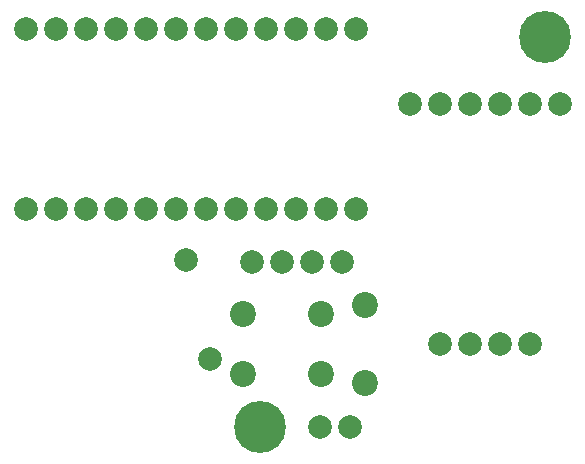
<source format=gbr>
G04 #@! TF.FileFunction,Soldermask,Top*
%FSLAX46Y46*%
G04 Gerber Fmt 4.6, Leading zero omitted, Abs format (unit mm)*
G04 Created by KiCad (PCBNEW 4.0.5+dfsg1-4) date Sun Aug 27 14:42:39 2017*
%MOMM*%
%LPD*%
G01*
G04 APERTURE LIST*
%ADD10C,0.100000*%
%ADD11C,2.000000*%
%ADD12C,2.200000*%
%ADD13C,4.400000*%
G04 APERTURE END LIST*
D10*
D11*
X208915000Y-115570000D03*
X211455000Y-115570000D03*
X213995000Y-115570000D03*
X216535000Y-115570000D03*
X213995000Y-95250000D03*
X216535000Y-95250000D03*
X219075000Y-95250000D03*
X208915000Y-95250000D03*
X206375000Y-95250000D03*
X211455000Y-95250000D03*
X187452000Y-108458000D03*
X189484000Y-116840000D03*
D12*
X198882000Y-118110000D03*
X192278000Y-118110000D03*
D11*
X201803000Y-104140000D03*
X199263000Y-104140000D03*
X201803000Y-88900000D03*
X196723000Y-104140000D03*
X194183000Y-104140000D03*
X191643000Y-104140000D03*
X189103000Y-104140000D03*
X186563000Y-104140000D03*
X184023000Y-104140000D03*
X181483000Y-104140000D03*
X178943000Y-104140000D03*
X176403000Y-104140000D03*
X173863000Y-104140000D03*
X199263000Y-88900000D03*
X196723000Y-88900000D03*
X194183000Y-88900000D03*
X191643000Y-88900000D03*
X189103000Y-88900000D03*
X186563000Y-88900000D03*
X184023000Y-88900000D03*
X181483000Y-88900000D03*
X178943000Y-88900000D03*
X176403000Y-88900000D03*
X173863000Y-88900000D03*
D12*
X198882000Y-113030000D03*
X192278000Y-113030000D03*
X202565000Y-112268000D03*
X202565000Y-118872000D03*
D11*
X201295000Y-122555000D03*
X198755000Y-122555000D03*
X195580000Y-108585000D03*
X198120000Y-108585000D03*
X193040000Y-108585000D03*
X200660000Y-108585000D03*
D13*
X193675000Y-122555000D03*
X217805000Y-89535000D03*
M02*

</source>
